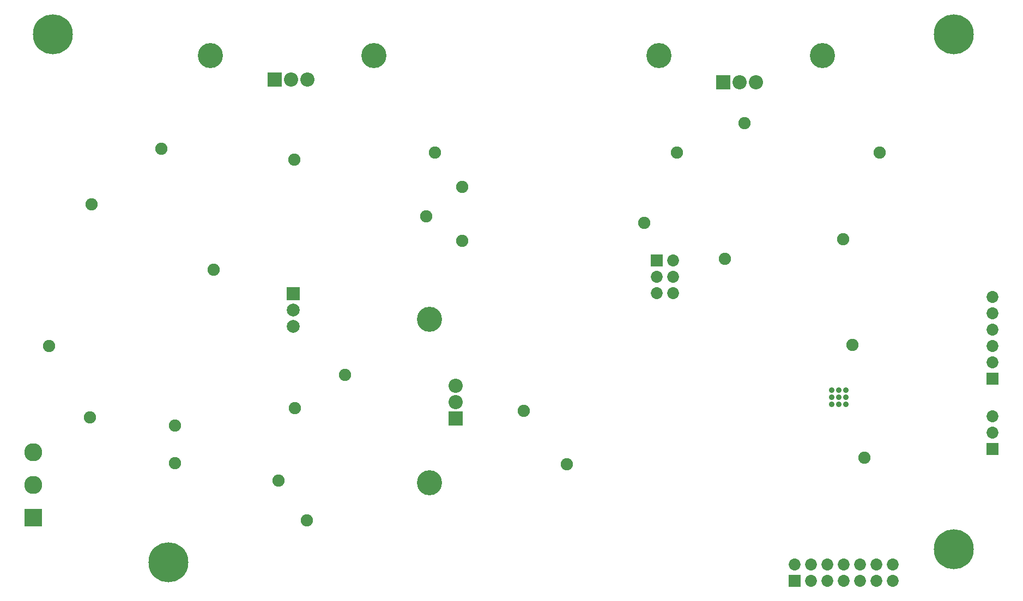
<source format=gbs>
G04 Layer_Color=16711935*
%FSLAX44Y44*%
%MOMM*%
G71*
G01*
G75*
%ADD143C,6.2032*%
%ADD144C,3.9032*%
%ADD145C,2.2032*%
%ADD146R,2.2032X2.2032*%
%ADD147C,2.0032*%
%ADD148R,2.0032X2.0032*%
%ADD149C,1.9032*%
%ADD150R,2.2032X2.2032*%
%ADD151C,1.8532*%
%ADD152R,1.8532X1.8532*%
%ADD153C,2.8032*%
%ADD154R,2.8032X2.8032*%
%ADD155R,1.8532X1.8532*%
%ADD156C,0.9032*%
D143*
X530000Y530000D02*
D03*
X1750000Y550000D02*
D03*
Y1350000D02*
D03*
X350000D02*
D03*
D144*
X595000Y1317000D02*
D03*
X849000D02*
D03*
X1546000D02*
D03*
X1292000D02*
D03*
X935000Y907400D02*
D03*
Y653400D02*
D03*
D145*
X745400Y1280000D02*
D03*
X720000D02*
D03*
X1417000Y1276000D02*
D03*
X1442400D02*
D03*
X976000Y778400D02*
D03*
Y803800D02*
D03*
D146*
X694600Y1280000D02*
D03*
X1391600Y1276000D02*
D03*
D147*
X724000Y896200D02*
D03*
Y921600D02*
D03*
D148*
Y947000D02*
D03*
D149*
X600000Y984000D02*
D03*
X408000Y755000D02*
D03*
X344000Y866000D02*
D03*
X804000Y821000D02*
D03*
X726000Y769000D02*
D03*
X930000Y1067000D02*
D03*
X944000Y1166000D02*
D03*
X725000Y1155000D02*
D03*
X518750Y1172500D02*
D03*
X1082000Y765000D02*
D03*
X1269000Y1057000D02*
D03*
X1149000Y682000D02*
D03*
X986000Y1029600D02*
D03*
X986000Y1113000D02*
D03*
X1394000Y1001000D02*
D03*
X1320000Y1166000D02*
D03*
X1425000Y1212000D02*
D03*
X1635000Y1166000D02*
D03*
X1592750Y867750D02*
D03*
X1611000Y692500D02*
D03*
X410000Y1086000D02*
D03*
X540000Y742000D02*
D03*
Y684000D02*
D03*
X701000Y657000D02*
D03*
X745000Y595000D02*
D03*
X1578000Y1032000D02*
D03*
D150*
X976000Y753000D02*
D03*
D151*
X1810000Y757000D02*
D03*
Y731600D02*
D03*
X1314000Y948200D02*
D03*
X1288600D02*
D03*
X1314000Y973600D02*
D03*
X1288600D02*
D03*
X1314000Y999000D02*
D03*
X1578700Y526500D02*
D03*
Y501100D02*
D03*
X1553300Y526500D02*
D03*
Y501100D02*
D03*
X1527900Y526500D02*
D03*
Y501100D02*
D03*
X1502500Y526500D02*
D03*
X1604100Y501100D02*
D03*
Y526500D02*
D03*
X1629500Y501100D02*
D03*
Y526500D02*
D03*
X1654900Y501100D02*
D03*
Y526500D02*
D03*
X1810000Y840400D02*
D03*
Y865800D02*
D03*
Y891200D02*
D03*
Y916600D02*
D03*
Y942000D02*
D03*
D152*
Y706200D02*
D03*
X1288600Y999000D02*
D03*
X1810000Y815000D02*
D03*
D153*
X320000Y700800D02*
D03*
Y650000D02*
D03*
D154*
Y599200D02*
D03*
D155*
X1502500Y501100D02*
D03*
D156*
X1582500Y775000D02*
D03*
X1571500D02*
D03*
X1560500D02*
D03*
X1582500Y786000D02*
D03*
X1571500D02*
D03*
X1560500D02*
D03*
X1582500Y797000D02*
D03*
X1571500D02*
D03*
X1560500D02*
D03*
M02*

</source>
